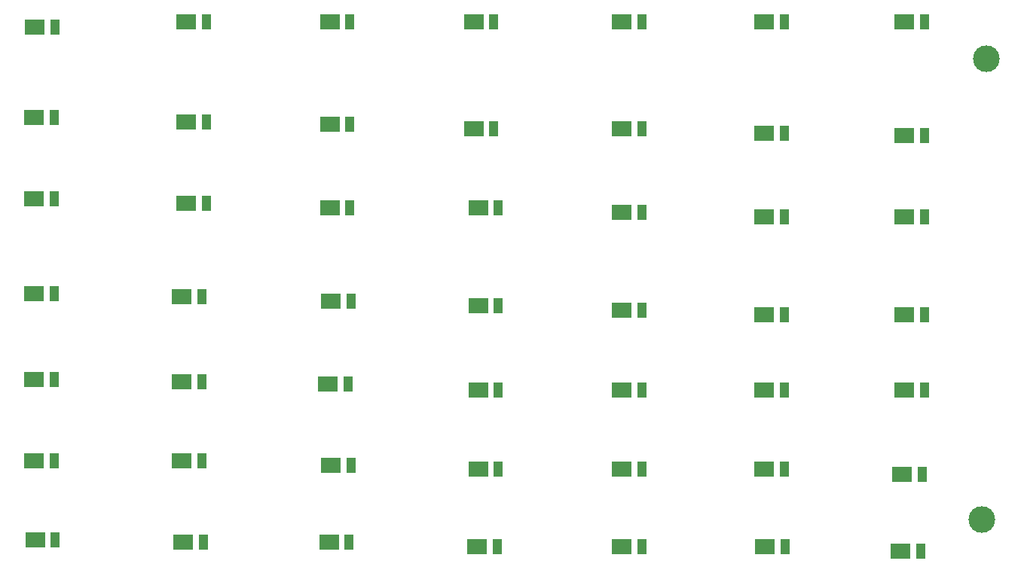
<source format=gbr>
%TF.GenerationSoftware,KiCad,Pcbnew,(6.0.4)*%
%TF.CreationDate,2022-04-23T12:46:16+05:30*%
%TF.ProjectId,led_50w,6c65645f-3530-4772-9e6b-696361645f70,rev?*%
%TF.SameCoordinates,Original*%
%TF.FileFunction,Soldermask,Top*%
%TF.FilePolarity,Negative*%
%FSLAX46Y46*%
G04 Gerber Fmt 4.6, Leading zero omitted, Abs format (unit mm)*
G04 Created by KiCad (PCBNEW (6.0.4)) date 2022-04-23 12:46:16*
%MOMM*%
%LPD*%
G01*
G04 APERTURE LIST*
%ADD10C,3.000000*%
%ADD11R,2.200000X1.800000*%
%ADD12R,1.100000X1.800000*%
G04 APERTURE END LIST*
D10*
%TO.C,GND*%
X184912000Y-77216000D03*
%TD*%
%TO.C,+VE*%
X184404000Y-129032000D03*
%TD*%
D11*
%TO.C,LED24*%
X159927000Y-114416000D03*
D12*
X162167000Y-114416000D03*
%TD*%
D11*
%TO.C,LED23*%
X159927000Y-123364000D03*
D12*
X162167000Y-123364000D03*
%TD*%
D11*
%TO.C,LED22*%
X175260000Y-132588000D03*
D12*
X177500000Y-132588000D03*
%TD*%
D11*
%TO.C,LED21*%
X159927000Y-73036000D03*
D12*
X162167000Y-73036000D03*
%TD*%
D11*
%TO.C,LED20*%
X159927000Y-85540000D03*
D12*
X162167000Y-85540000D03*
%TD*%
D11*
%TO.C,LED19*%
X143935000Y-132080000D03*
D12*
X146175000Y-132080000D03*
%TD*%
%TO.C,LED18*%
X146155000Y-105468000D03*
D11*
X143915000Y-105468000D03*
%TD*%
%TO.C,LED17*%
X77895000Y-83820000D03*
D12*
X80135000Y-83820000D03*
%TD*%
D11*
%TO.C,LED16*%
X175675000Y-105976000D03*
D12*
X177915000Y-105976000D03*
%TD*%
D11*
%TO.C,LED15*%
X143915000Y-85032000D03*
D12*
X146155000Y-85032000D03*
%TD*%
%TO.C,LED14*%
X146155000Y-114416000D03*
D11*
X143915000Y-114416000D03*
%TD*%
%TO.C,LED1*%
X175675000Y-73036000D03*
D12*
X177915000Y-73036000D03*
%TD*%
D11*
%TO.C,LED12*%
X175675000Y-94996000D03*
D12*
X177915000Y-94996000D03*
%TD*%
D11*
%TO.C,LED11*%
X111252000Y-104452000D03*
D12*
X113492000Y-104452000D03*
%TD*%
D11*
%TO.C,LED10*%
X127273000Y-85032000D03*
D12*
X129513000Y-85032000D03*
%TD*%
D11*
%TO.C,LED9*%
X175675000Y-85852000D03*
D12*
X177915000Y-85852000D03*
%TD*%
D11*
%TO.C,LED8*%
X175675000Y-114416000D03*
D12*
X177915000Y-114416000D03*
%TD*%
D11*
%TO.C,LED7*%
X94497000Y-113480000D03*
D12*
X96737000Y-113480000D03*
%TD*%
D11*
%TO.C,LED6*%
X127679000Y-132080000D03*
D12*
X129919000Y-132080000D03*
%TD*%
%TO.C,LED5*%
X146155000Y-123364000D03*
D11*
X143915000Y-123364000D03*
%TD*%
%TO.C,LED4*%
X127781000Y-93980000D03*
D12*
X130021000Y-93980000D03*
%TD*%
D11*
%TO.C,LED3*%
X111139000Y-73036000D03*
D12*
X113379000Y-73036000D03*
%TD*%
D11*
%TO.C,LED2*%
X127781000Y-114416000D03*
D12*
X130021000Y-114416000D03*
%TD*%
D11*
%TO.C,LED13*%
X77895000Y-92964000D03*
D12*
X80135000Y-92964000D03*
%TD*%
D11*
%TO.C,LED49*%
X159927000Y-105976000D03*
D12*
X162167000Y-105976000D03*
%TD*%
D11*
%TO.C,LED48*%
X111139000Y-93980000D03*
D12*
X113379000Y-93980000D03*
%TD*%
D11*
%TO.C,LED47*%
X95005000Y-84328000D03*
D12*
X97245000Y-84328000D03*
%TD*%
D11*
%TO.C,LED46*%
X77895000Y-113284000D03*
D12*
X80135000Y-113284000D03*
%TD*%
D11*
%TO.C,LED45*%
X78017000Y-131296000D03*
D12*
X80257000Y-131296000D03*
%TD*%
D11*
%TO.C,LED44*%
X94497000Y-122428000D03*
D12*
X96737000Y-122428000D03*
%TD*%
D11*
%TO.C,LED43*%
X95005000Y-73036000D03*
D12*
X97245000Y-73036000D03*
%TD*%
D11*
%TO.C,LED42*%
X95005000Y-93472000D03*
D12*
X97245000Y-93472000D03*
%TD*%
D11*
%TO.C,LED41*%
X143915000Y-73036000D03*
D12*
X146155000Y-73036000D03*
%TD*%
D11*
%TO.C,LED40*%
X110915000Y-113792000D03*
D12*
X113155000Y-113792000D03*
%TD*%
D11*
%TO.C,LED39*%
X111139000Y-84524000D03*
D12*
X113379000Y-84524000D03*
%TD*%
D11*
%TO.C,LED25*%
X175431000Y-123952000D03*
D12*
X177671000Y-123952000D03*
%TD*%
D11*
%TO.C,LED37*%
X143915000Y-94488000D03*
D12*
X146155000Y-94488000D03*
%TD*%
D11*
%TO.C,LED36*%
X94659000Y-131572000D03*
D12*
X96899000Y-131572000D03*
%TD*%
%TO.C,LED35*%
X113268000Y-131572000D03*
D11*
X111028000Y-131572000D03*
%TD*%
%TO.C,LED34*%
X77968000Y-73624000D03*
D12*
X80208000Y-73624000D03*
%TD*%
D11*
%TO.C,LED33*%
X94497000Y-103944000D03*
D12*
X96737000Y-103944000D03*
%TD*%
D11*
%TO.C,LED32*%
X159927000Y-94996000D03*
D12*
X162167000Y-94996000D03*
%TD*%
D11*
%TO.C,LED31*%
X127781000Y-104960000D03*
D12*
X130021000Y-104960000D03*
%TD*%
D11*
%TO.C,LED30*%
X127781000Y-123364000D03*
D12*
X130021000Y-123364000D03*
%TD*%
D11*
%TO.C,LED29*%
X77895000Y-122428000D03*
D12*
X80135000Y-122428000D03*
%TD*%
D11*
%TO.C,LED28*%
X127273000Y-73036000D03*
D12*
X129513000Y-73036000D03*
%TD*%
D11*
%TO.C,LED27*%
X77895000Y-103632000D03*
D12*
X80135000Y-103632000D03*
%TD*%
D11*
%TO.C,LED26*%
X160020000Y-132080000D03*
D12*
X162260000Y-132080000D03*
%TD*%
D11*
%TO.C,LED38*%
X111252000Y-122936000D03*
D12*
X113492000Y-122936000D03*
%TD*%
M02*

</source>
